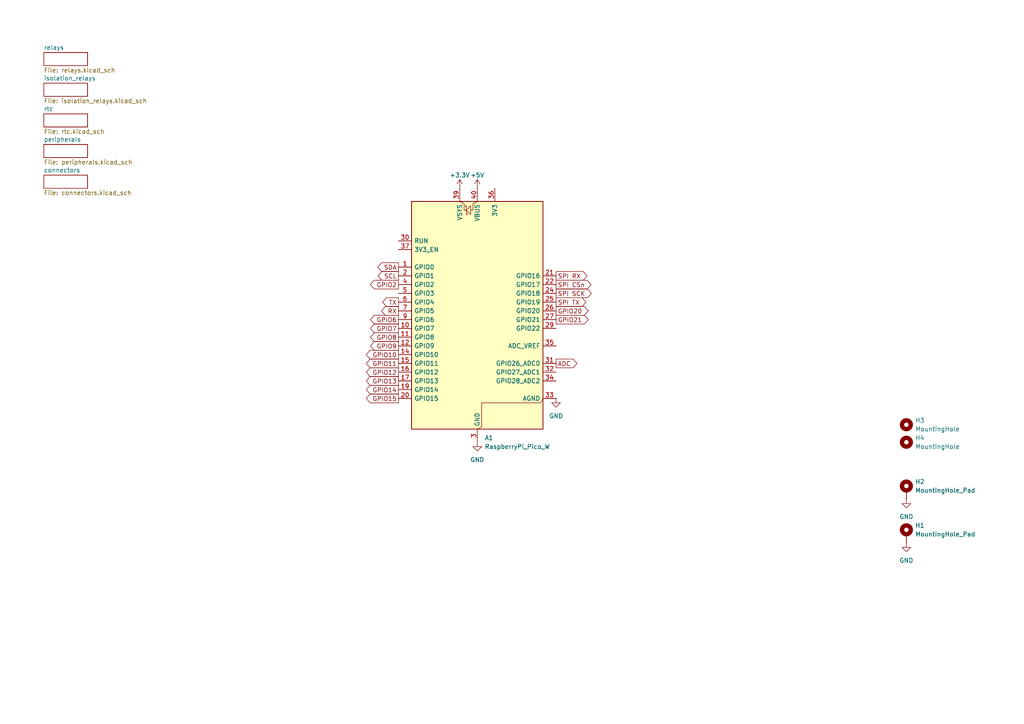
<source format=kicad_sch>
(kicad_sch (version 20250114) (generator "eeschema") (generator_version "9.0")
  (paper "A4")
  (title_block (title "Raspberry Pi Pico Logger - Relay") (date "2025-06-21") (rev "2.0") (company "Creator: Piotr Kłyś"))
  (lib_symbols
    (symbol "MCU_Module:RaspberryPi_Pico_W" (pin_names (offset 0.762))
      (property "Reference" "A" (at -19.05 35.56 0))
      (property "Value" "RaspberryPi_Pico_W" (at 7.62 35.56 0))
      (symbol "RaspberryPi_Pico_W_0_1"
        (rectangle (start -19.05 34.29) (end 19.05 -31.75) (stroke (width 0.254)) (fill (type background)))
        (polyline (pts (xy -5.08 34.29) (xy -3.81 33.655) (xy -3.81 31.75) (xy -3.175 31.75)))
        (polyline (pts (xy -3.429 32.766) (xy -3.429 33.02) (xy -3.175 33.02) (xy -3.175 30.48) (xy -2.921 30.48) (xy -2.921 30.734)))
        (polyline (pts (xy -3.175 31.75) (xy -1.905 33.02) (xy -1.905 30.48) (xy -3.175 31.75)))
        (polyline (pts (xy 0 34.29) (xy -1.27 33.655) (xy -1.27 31.75) (xy -1.905 31.75)))
        (polyline (pts (xy 0 -31.75) (xy 1.27 -31.115) (xy 1.27 -24.13) (xy 18.415 -24.13) (xy 19.05 -22.86)))
      )
      (symbol "RaspberryPi_Pico_W_1_1"
        (pin passive line (at -22.86 22.86 0) (length 3.81) (name "RUN") (number "30"))
        (pin passive line (at -22.86 20.32 0) (length 3.81) (name "3V3_EN") (number "37"))
        (pin bidirectional line (at -22.86 15.24 0) (length 3.81) (name "GPIO0") (number "1"))
        (pin bidirectional line (at -22.86 12.7 0) (length 3.81) (name "GPIO1") (number "2"))
        (pin bidirectional line (at -22.86 10.16 0) (length 3.81) (name "GPIO2") (number "4"))
        (pin bidirectional line (at -22.86 7.62 0) (length 3.81) (name "GPIO3") (number "5"))
        (pin bidirectional line (at -22.86 5.08 0) (length 3.81) (name "GPIO4") (number "6"))
        (pin bidirectional line (at -22.86 2.54 0) (length 3.81) (name "GPIO5") (number "7"))
        (pin bidirectional line (at -22.86 0 0) (length 3.81) (name "GPIO6") (number "9"))
        (pin bidirectional line (at -22.86 -2.54 0) (length 3.81) (name "GPIO7") (number "10"))
        (pin bidirectional line (at -22.86 -5.08 0) (length 3.81) (name "GPIO8") (number "11"))
        (pin bidirectional line (at -22.86 -7.62 0) (length 3.81) (name "GPIO9") (number "12"))
        (pin bidirectional line (at -22.86 -10.16 0) (length 3.81) (name "GPIO10") (number "14"))
        (pin bidirectional line (at -22.86 -12.7 0) (length 3.81) (name "GPIO11") (number "15"))
        (pin bidirectional line (at -22.86 -15.24 0) (length 3.81) (name "GPIO12") (number "16"))
        (pin bidirectional line (at -22.86 -17.78 0) (length 3.81) (name "GPIO13") (number "17"))
        (pin bidirectional line (at -22.86 -20.32 0) (length 3.81) (name "GPIO14") (number "19"))
        (pin bidirectional line (at -22.86 -22.86 0) (length 3.81) (name "GPIO15") (number "20"))
        (pin power_in line (at -5.08 38.1 270) (length 3.81) (name "VSYS") (number "39"))
        (pin power_out line (at 0 38.1 270) (length 3.81) (name "VBUS") (number "40"))
        (pin passive line (at 0 -35.56 90) (length 3.81) (hide yes) (name "GND") (number "13"))
        (pin passive line (at 0 -35.56 90) (length 3.81) (hide yes) (name "GND") (number "18"))
        (pin passive line (at 0 -35.56 90) (length 3.81) (hide yes) (name "GND") (number "23"))
        (pin passive line (at 0 -35.56 90) (length 3.81) (hide yes) (name "GND") (number "28"))
        (pin power_out line (at 0 -35.56 90) (length 3.81) (name "GND") (number "3"))
        (pin passive line (at 0 -35.56 90) (length 3.81) (hide yes) (name "GND") (number "38"))
        (pin passive line (at 0 -35.56 90) (length 3.81) (hide yes) (name "GND") (number "8"))
        (pin power_out line (at 5.08 38.1 270) (length 3.81) (name "3V3") (number "36"))
        (pin bidirectional line (at 22.86 12.7 180) (length 3.81) (name "GPIO16") (number "21"))
        (pin bidirectional line (at 22.86 10.16 180) (length 3.81) (name "GPIO17") (number "22"))
        (pin bidirectional line (at 22.86 7.62 180) (length 3.81) (name "GPIO18") (number "24"))
        (pin bidirectional line (at 22.86 5.08 180) (length 3.81) (name "GPIO19") (number "25"))
        (pin bidirectional line (at 22.86 2.54 180) (length 3.81) (name "GPIO20") (number "26"))
        (pin bidirectional line (at 22.86 0 180) (length 3.81) (name "GPIO21") (number "27"))
        (pin bidirectional line (at 22.86 -2.54 180) (length 3.81) (name "GPIO22") (number "29"))
        (pin power_in line (at 22.86 -7.62 180) (length 3.81) (name "ADC_VREF") (number "35"))
        (pin bidirectional line (at 22.86 -12.7 180) (length 3.81) (name "GPIO26_ADC0") (number "31"))
        (pin bidirectional line (at 22.86 -15.24 180) (length 3.81) (name "GPIO27_ADC1") (number "32"))
        (pin bidirectional line (at 22.86 -17.78 180) (length 3.81) (name "GPIO28_ADC2") (number "34"))
        (pin power_out line (at 22.86 -22.86 180) (length 3.81) (name "AGND") (number "33"))
      )
    )
    (symbol "Mechanical:MountingHole" (pin_names (offset 1.016)) (in_bom no)
      (property "Reference" "H" (at 0 5.08 0))
      (property "Value" "MountingHole" (at 0 3.175 0))
      (symbol "MountingHole_0_1"
        (circle (center 0 0) (radius 1.27) (stroke (width 1.27)))
      )
    )
    (symbol "Mechanical:MountingHole_Pad" (pin_numbers (hide yes)) (pin_names (offset 1.016) (hide yes)) (in_bom no)
      (property "Reference" "H" (at 0 6.35 0))
      (property "Value" "MountingHole_Pad" (at 0 4.445 0))
      (symbol "MountingHole_Pad_0_1"
        (circle (center 0 1.27) (radius 1.27) (stroke (width 1.27)))
      )
      (symbol "MountingHole_Pad_1_1"
        (pin input line (at 0 -2.54 90) (length 2.54) (name "1") (number "1"))
      )
    )
    (symbol "power:+3.3V" (power) (pin_numbers (hide yes)) (pin_names (offset 0) (hide yes))
      (property "Value" "+3.3V" (at 0 3.556 0))
      (symbol "+3.3V_0_1"
        (polyline (pts (xy -0.762 1.27) (xy 0 2.54)))
        (polyline (pts (xy 0 2.54) (xy 0.762 1.27)))
        (polyline (pts (xy 0 0) (xy 0 2.54)))
      )
      (symbol "+3.3V_1_1"
        (pin power_in line (at 0 0 90) (length 0) (name "~") (number "1"))
      )
    )
    (symbol "power:+5V" (power) (pin_numbers (hide yes)) (pin_names (offset 0) (hide yes))
      (property "Value" "+5V" (at 0 3.556 0))
      (symbol "+5V_0_1"
        (polyline (pts (xy -0.762 1.27) (xy 0 2.54)))
        (polyline (pts (xy 0 2.54) (xy 0.762 1.27)))
        (polyline (pts (xy 0 0) (xy 0 2.54)))
      )
      (symbol "+5V_1_1"
        (pin power_in line (at 0 0 90) (length 0) (name "~") (number "1"))
      )
    )
    (symbol "power:GND" (power) (pin_numbers (hide yes)) (pin_names (offset 0) (hide yes))
      (property "Value" "GND" (at 0 -3.81 0))
      (symbol "GND_0_1"
        (polyline (pts (xy 0 0) (xy 0 -1.27) (xy 1.27 -1.27) (xy 0 -2.54) (xy -1.27 -1.27) (xy 0 -1.27)))
      )
      (symbol "GND_1_1"
        (pin power_in line (at 0 0 270) (length 0) (name "~") (number "1"))
      )
    )
  )
  (global_label "SPI SCK" (shape output) (at 161.29 85.09 0) (property "Intersheetrefs" "${INTERSHEET_REFS}" (effects (hide yes))))
  (global_label "ADC" (shape output) (at 161.29 105.41 0) (property "Intersheetrefs" "${INTERSHEET_REFS}" (effects (hide yes))))
  (global_label "GPIO20" (shape output) (at 161.29 90.17 0) (property "Intersheetrefs" "${INTERSHEET_REFS}" (effects (hide yes))))
  (global_label "GPIO2" (shape output) (at 115.57 82.55 180) (property "Intersheetrefs" "${INTERSHEET_REFS}" (effects (hide yes))))
  (global_label "GPIO9" (shape output) (at 115.57 100.33 180) (property "Intersheetrefs" "${INTERSHEET_REFS}" (effects (hide yes))))
  (global_label "TX" (shape output) (at 115.57 87.63 180) (property "Intersheetrefs" "${INTERSHEET_REFS}" (effects (hide yes))))
  (global_label "GPIO13" (shape output) (at 115.57 110.49 180) (property "Intersheetrefs" "${INTERSHEET_REFS}" (effects (hide yes))))
  (global_label "GPIO15" (shape output) (at 115.57 115.57 180) (property "Intersheetrefs" "${INTERSHEET_REFS}" (effects (hide yes))))
  (global_label "SPI TX" (shape output) (at 161.29 87.63 0) (property "Intersheetrefs" "${INTERSHEET_REFS}" (effects (hide yes))))
  (global_label "GPIO11" (shape output) (at 115.57 105.41 180) (property "Intersheetrefs" "${INTERSHEET_REFS}" (effects (hide yes))))
  (global_label "GPIO12" (shape output) (at 115.57 107.95 180) (property "Intersheetrefs" "${INTERSHEET_REFS}" (effects (hide yes))))
  (global_label "GPIO14" (shape output) (at 115.57 113.03 180) (property "Intersheetrefs" "${INTERSHEET_REFS}" (effects (hide yes))))
  (global_label "SCL" (shape output) (at 115.57 80.01 180) (property "Intersheetrefs" "${INTERSHEET_REFS}" (effects (hide yes))))
  (global_label "GPIO7" (shape output) (at 115.57 95.25 180) (property "Intersheetrefs" "${INTERSHEET_REFS}" (effects (hide yes))))
  (global_label "GPIO21" (shape output) (at 161.29 92.71 0) (property "Intersheetrefs" "${INTERSHEET_REFS}" (effects (hide yes))))
  (global_label "GPIO8" (shape output) (at 115.57 97.79 180) (property "Intersheetrefs" "${INTERSHEET_REFS}" (effects (hide yes))))
  (global_label "SPI RX" (shape output) (at 161.29 80.01 0) (property "Intersheetrefs" "${INTERSHEET_REFS}" (effects (hide yes))))
  (global_label "RX" (shape output) (at 115.57 90.17 180) (property "Intersheetrefs" "${INTERSHEET_REFS}" (effects (hide yes))))
  (global_label "GPIO6" (shape output) (at 115.57 92.71 180) (property "Intersheetrefs" "${INTERSHEET_REFS}" (effects (hide yes))))
  (global_label "SDA" (shape output) (at 115.57 77.47 180) (property "Intersheetrefs" "${INTERSHEET_REFS}" (effects (hide yes))))
  (global_label "SPI CSn" (shape output) (at 161.29 82.55 0) (property "Intersheetrefs" "${INTERSHEET_REFS}" (effects (hide yes))))
  (global_label "GPIO10" (shape output) (at 115.57 102.87 180) (property "Intersheetrefs" "${INTERSHEET_REFS}" (effects (hide yes))))
  (symbol (lib_id "MCU_Module:RaspberryPi_Pico_W") (at 138.43 92.71 0) (unit 1)
    (property "Reference" "A1" (at 140.5733 127 0) (effects (justify left)))
    (property "Value" "RaspberryPi_Pico_W" (at 140.5733 129.54 0) (effects (justify left)))
    (property "Footprint" "Library:RaspberryPi_Pico_Common_THT" (effects (hide yes)))
    (property "Datasheet" "https://datasheets.raspberrypi.com/picow/pico-w-datasheet.pdf" (effects (hide yes)))
    (property "Description" "Versatile and inexpensive wireless microcontroller module powered by RP2040 dual-core Arm Cortex-M0+ processor up to 133 MHz, 264kB SRAM, 2MB QSPI flash, Infineon CYW43439 2.4GHz 802.11n wireless LAN; also supports Raspberry Pi Pico 2 W" (effects (hide yes)))
  )
  (symbol (lib_id "Mechanical:MountingHole") (at 262.89 123.19 0) (unit 1) (in_bom no)
    (property "Reference" "H3" (at 265.43 121.9199 0) (effects (justify left)))
    (property "Value" "MountingHole" (at 265.43 124.4599 0) (effects (justify left)))
    (property "Footprint" "MountingHole:MountingHole_3.2mm_M3" (effects (hide yes)))
    (property "Description" "Mounting Hole without connection" (effects (hide yes)))
  )
  (symbol (lib_id "power:GND") (at 161.29 115.57 0) (unit 1)
    (property "Reference" "#PWR02" (effects (hide yes)))
    (property "Value" "GND" (at 161.29 120.65 0))
    (property "Description" "Power symbol creates a global label with name \"GND\" , ground" (effects (hide yes)))
  )
  (symbol (lib_id "Mechanical:MountingHole_Pad") (at 262.89 142.24 0) (unit 1) (in_bom no)
    (property "Reference" "H2" (at 265.43 139.6999 0) (effects (justify left)))
    (property "Value" "MountingHole_Pad" (at 265.43 142.2399 0) (effects (justify left)))
    (property "Footprint" "MountingHole:MountingHole_3.2mm_M3_DIN965_Pad" (effects (hide yes)))
    (property "Description" "Mounting Hole with connection" (effects (hide yes)))
  )
  (symbol (lib_id "power:+3.3V") (at 133.35 54.61 0) (unit 1)
    (property "Reference" "#PWR015" (effects (hide yes)))
    (property "Value" "+3.3V" (at 133.35 50.8 0))
    (property "Description" "Power symbol creates a global label with name \"+3.3V\"" (effects (hide yes)))
  )
  (symbol (lib_id "power:GND") (at 262.89 144.78 0) (unit 1)
    (property "Reference" "#PWR09" (effects (hide yes)))
    (property "Value" "GND" (at 262.89 149.86 0))
    (property "Description" "Power symbol creates a global label with name \"GND\" , ground" (effects (hide yes)))
  )
  (symbol (lib_id "Mechanical:MountingHole_Pad") (at 262.89 154.94 0) (unit 1) (in_bom no)
    (property "Reference" "H1" (at 265.43 152.3999 0) (effects (justify left)))
    (property "Value" "MountingHole_Pad" (at 265.43 154.9399 0) (effects (justify left)))
    (property "Footprint" "MountingHole:MountingHole_3.2mm_M3_DIN965_Pad" (effects (hide yes)))
    (property "Description" "Mounting Hole with connection" (effects (hide yes)))
  )
  (symbol (lib_id "Mechanical:MountingHole") (at 262.89 128.27 0) (unit 1) (in_bom no)
    (property "Reference" "H4" (at 265.43 126.9999 0) (effects (justify left)))
    (property "Value" "MountingHole" (at 265.43 129.5399 0) (effects (justify left)))
    (property "Footprint" "MountingHole:MountingHole_3.2mm_M3" (effects (hide yes)))
    (property "Description" "Mounting Hole without connection" (effects (hide yes)))
  )
  (symbol (lib_id "power:GND") (at 262.89 157.48 0) (unit 1)
    (property "Reference" "#PWR06" (effects (hide yes)))
    (property "Value" "GND" (at 262.89 162.56 0))
    (property "Description" "Power symbol creates a global label with name \"GND\" , ground" (effects (hide yes)))
  )
  (symbol (lib_id "power:GND") (at 138.43 128.27 0) (unit 1)
    (property "Reference" "#PWR01" (effects (hide yes)))
    (property "Value" "GND" (at 138.43 133.35 0))
    (property "Description" "Power symbol creates a global label with name \"GND\" , ground" (effects (hide yes)))
  )
  (symbol (lib_id "power:+5V") (at 138.43 54.61 0) (unit 1)
    (property "Reference" "#PWR016" (effects (hide yes)))
    (property "Value" "+5V" (at 138.43 50.8 0))
    (property "Description" "Power symbol creates a global label with name \"+5V\"" (effects (hide yes)))
  )
  (sheet (at 12.7 50.8) (size 12.7 3.81) (stroke (width 0.1524))
    (property "Sheetname" "connectors" (at 12.7 50.0884 0) (effects (justify left bottom)))
    (property "Sheetfile" "connectors.kicad_sch" (at 12.7 55.1946 0) (effects (justify left top)))
  )
  (sheet (at 12.7 33.02) (size 12.7 3.81) (stroke (width 0.1524))
    (property "Sheetname" "rtc" (at 12.7 32.3084 0) (effects (justify left bottom)))
    (property "Sheetfile" "rtc.kicad_sch" (at 12.7 37.4146 0) (effects (justify left top)))
  )
  (sheet (at 12.7 24.13) (size 12.7 3.81) (stroke (width 0.1524))
    (property "Sheetname" "isolation_relays" (at 12.7 23.4184 0) (effects (justify left bottom)))
    (property "Sheetfile" "isolation_relays.kicad_sch" (at 12.7 28.5246 0) (effects (justify left top)))
  )
  (sheet (at 12.7 15.24) (size 12.7 3.81) (stroke (width 0.1524))
    (property "Sheetname" "relays" (at 12.7 14.5284 0) (effects (justify left bottom)))
    (property "Sheetfile" "relays.kicad_sch" (at 12.7 19.6346 0) (effects (justify left top)))
  )
  (sheet (at 12.7 41.91) (size 12.7 3.81) (stroke (width 0.1524))
    (property "Sheetname" "peripherals" (at 12.7 41.1984 0) (effects (justify left bottom)))
    (property "Sheetfile" "peripherals.kicad_sch" (at 12.7 46.3046 0) (effects (justify left top)))
  )
)
</source>
